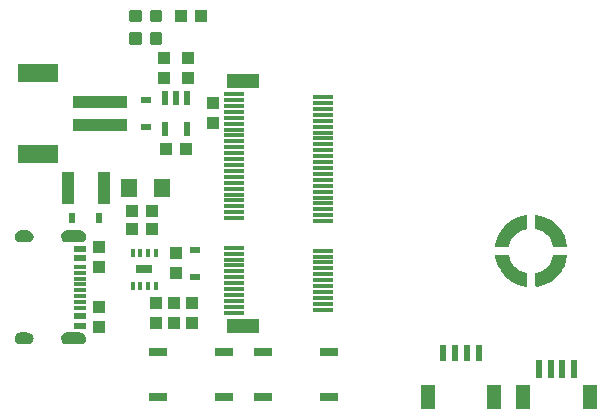
<source format=gtp>
G04 EAGLE Gerber RS-274X export*
G75*
%MOMM*%
%FSLAX34Y34*%
%LPD*%
%INSolderpaste Top*%
%IPPOS*%
%AMOC8*
5,1,8,0,0,1.08239X$1,22.5*%
G01*
%ADD10R,1.000000X0.300000*%
%ADD11R,1.000000X0.600000*%
%ADD12R,1.000000X1.100000*%
%ADD13R,1.524000X0.762000*%
%ADD14R,1.100000X1.000000*%
%ADD15C,0.300000*%
%ADD16R,2.750000X1.200000*%
%ADD17R,1.750000X0.300000*%
%ADD18R,1.200000X2.000000*%
%ADD19R,0.600000X1.350000*%
%ADD20R,4.600000X1.000000*%
%ADD21R,3.400000X1.600000*%
%ADD22R,1.375000X0.800000*%
%ADD23R,0.300000X0.650000*%
%ADD24R,1.400000X1.600000*%
%ADD25R,0.830000X0.630000*%
%ADD26R,1.000000X2.800000*%
%ADD27R,0.550000X1.200000*%
%ADD28R,0.630000X0.830000*%
%ADD29R,0.600000X1.550000*%

G36*
X436789Y107111D02*
X436789Y107111D01*
X436834Y107112D01*
X436885Y107134D01*
X436940Y107147D01*
X436976Y107173D01*
X437016Y107191D01*
X437055Y107232D01*
X437100Y107265D01*
X437123Y107303D01*
X437153Y107335D01*
X437173Y107388D01*
X437202Y107436D01*
X437210Y107487D01*
X437223Y107521D01*
X437222Y107555D01*
X437229Y107600D01*
X437229Y118600D01*
X437219Y118653D01*
X437218Y118706D01*
X437199Y118749D01*
X437190Y118795D01*
X437159Y118839D01*
X437138Y118888D01*
X437104Y118920D01*
X437077Y118959D01*
X437032Y118988D01*
X436993Y119024D01*
X436942Y119045D01*
X436910Y119066D01*
X436878Y119071D01*
X436839Y119087D01*
X434104Y119698D01*
X431540Y120726D01*
X429176Y122153D01*
X427072Y123942D01*
X425283Y126046D01*
X423856Y128410D01*
X422828Y130974D01*
X422217Y133709D01*
X422195Y133758D01*
X422183Y133810D01*
X422155Y133848D01*
X422136Y133890D01*
X422097Y133927D01*
X422065Y133970D01*
X422025Y133994D01*
X421991Y134026D01*
X421940Y134044D01*
X421894Y134072D01*
X421840Y134081D01*
X421804Y134094D01*
X421772Y134092D01*
X421730Y134099D01*
X410730Y134099D01*
X410675Y134088D01*
X410619Y134087D01*
X410578Y134068D01*
X410535Y134060D01*
X410489Y134028D01*
X410438Y134005D01*
X410408Y133972D01*
X410371Y133947D01*
X410341Y133900D01*
X410303Y133858D01*
X410288Y133817D01*
X410264Y133780D01*
X410255Y133724D01*
X410236Y133671D01*
X410237Y133619D01*
X410231Y133583D01*
X410239Y133551D01*
X410239Y133546D01*
X410239Y133544D01*
X410239Y133543D01*
X410240Y133505D01*
X411079Y129184D01*
X411091Y129155D01*
X411099Y129113D01*
X412568Y124963D01*
X412584Y124936D01*
X412598Y124896D01*
X414664Y121009D01*
X414684Y120985D01*
X414703Y120947D01*
X417321Y117408D01*
X417345Y117387D01*
X417370Y117352D01*
X420482Y114240D01*
X420497Y114230D01*
X420505Y114219D01*
X420520Y114210D01*
X420538Y114191D01*
X424077Y111573D01*
X424105Y111560D01*
X424139Y111534D01*
X428026Y109468D01*
X428056Y109459D01*
X428093Y109438D01*
X432243Y107969D01*
X432274Y107964D01*
X432314Y107949D01*
X436635Y107110D01*
X436691Y107110D01*
X436747Y107101D01*
X436789Y107111D01*
G37*
G36*
X421783Y141111D02*
X421783Y141111D01*
X421836Y141112D01*
X421879Y141131D01*
X421925Y141140D01*
X421969Y141171D01*
X422018Y141192D01*
X422050Y141226D01*
X422089Y141253D01*
X422118Y141298D01*
X422154Y141337D01*
X422175Y141388D01*
X422196Y141420D01*
X422201Y141452D01*
X422217Y141491D01*
X422828Y144226D01*
X423856Y146790D01*
X425283Y149154D01*
X427072Y151258D01*
X429176Y153047D01*
X431540Y154474D01*
X434104Y155502D01*
X436839Y156113D01*
X436888Y156135D01*
X436940Y156147D01*
X436978Y156175D01*
X437020Y156194D01*
X437057Y156233D01*
X437100Y156265D01*
X437124Y156305D01*
X437156Y156339D01*
X437174Y156390D01*
X437202Y156436D01*
X437211Y156490D01*
X437224Y156526D01*
X437222Y156558D01*
X437229Y156600D01*
X437229Y167600D01*
X437218Y167655D01*
X437217Y167711D01*
X437198Y167752D01*
X437190Y167795D01*
X437158Y167841D01*
X437135Y167893D01*
X437102Y167922D01*
X437077Y167959D01*
X437030Y167989D01*
X436988Y168027D01*
X436947Y168042D01*
X436910Y168066D01*
X436854Y168075D01*
X436801Y168094D01*
X436749Y168093D01*
X436713Y168099D01*
X436681Y168091D01*
X436635Y168090D01*
X432314Y167251D01*
X432285Y167239D01*
X432243Y167231D01*
X428093Y165762D01*
X428066Y165746D01*
X428026Y165732D01*
X424139Y163666D01*
X424115Y163646D01*
X424077Y163627D01*
X420538Y161009D01*
X420517Y160985D01*
X420482Y160960D01*
X417370Y157848D01*
X417352Y157822D01*
X417321Y157792D01*
X414703Y154254D01*
X414690Y154225D01*
X414664Y154191D01*
X412598Y150304D01*
X412591Y150281D01*
X412582Y150267D01*
X412581Y150259D01*
X412568Y150237D01*
X411099Y146087D01*
X411094Y146056D01*
X411079Y146016D01*
X410240Y141695D01*
X410240Y141639D01*
X410231Y141583D01*
X410241Y141541D01*
X410242Y141496D01*
X410264Y141445D01*
X410277Y141390D01*
X410303Y141355D01*
X410321Y141314D01*
X410362Y141275D01*
X410395Y141230D01*
X410433Y141207D01*
X410465Y141177D01*
X410518Y141157D01*
X410566Y141128D01*
X410617Y141120D01*
X410651Y141107D01*
X410685Y141108D01*
X410730Y141101D01*
X421730Y141101D01*
X421783Y141111D01*
G37*
G36*
X470785Y141112D02*
X470785Y141112D01*
X470841Y141113D01*
X470882Y141132D01*
X470925Y141140D01*
X470971Y141172D01*
X471023Y141195D01*
X471052Y141228D01*
X471089Y141253D01*
X471119Y141300D01*
X471157Y141342D01*
X471172Y141383D01*
X471196Y141420D01*
X471205Y141476D01*
X471224Y141529D01*
X471223Y141581D01*
X471229Y141617D01*
X471221Y141649D01*
X471220Y141695D01*
X470381Y146016D01*
X470369Y146045D01*
X470361Y146087D01*
X468892Y150237D01*
X468876Y150264D01*
X468867Y150291D01*
X468865Y150297D01*
X468864Y150299D01*
X468862Y150304D01*
X466796Y154191D01*
X466776Y154215D01*
X466757Y154254D01*
X464139Y157792D01*
X464115Y157813D01*
X464090Y157848D01*
X460978Y160960D01*
X460952Y160978D01*
X460922Y161009D01*
X457384Y163627D01*
X457355Y163640D01*
X457321Y163666D01*
X453434Y165732D01*
X453404Y165741D01*
X453367Y165762D01*
X449217Y167231D01*
X449186Y167236D01*
X449146Y167251D01*
X444825Y168090D01*
X444769Y168090D01*
X444713Y168099D01*
X444671Y168089D01*
X444626Y168088D01*
X444575Y168066D01*
X444520Y168053D01*
X444485Y168027D01*
X444444Y168009D01*
X444405Y167968D01*
X444360Y167935D01*
X444337Y167897D01*
X444307Y167865D01*
X444287Y167812D01*
X444258Y167764D01*
X444250Y167713D01*
X444237Y167679D01*
X444238Y167645D01*
X444231Y167600D01*
X444231Y156600D01*
X444241Y156547D01*
X444242Y156494D01*
X444261Y156451D01*
X444270Y156405D01*
X444301Y156361D01*
X444322Y156312D01*
X444356Y156280D01*
X444383Y156241D01*
X444428Y156212D01*
X444467Y156176D01*
X444518Y156155D01*
X444550Y156134D01*
X444582Y156129D01*
X444621Y156113D01*
X447356Y155502D01*
X449920Y154474D01*
X452284Y153047D01*
X454388Y151258D01*
X456177Y149154D01*
X457604Y146790D01*
X458632Y144226D01*
X459243Y141491D01*
X459265Y141442D01*
X459277Y141390D01*
X459305Y141352D01*
X459324Y141310D01*
X459363Y141273D01*
X459395Y141230D01*
X459435Y141206D01*
X459469Y141174D01*
X459520Y141156D01*
X459566Y141128D01*
X459620Y141119D01*
X459656Y141106D01*
X459688Y141108D01*
X459730Y141101D01*
X470730Y141101D01*
X470785Y141112D01*
G37*
G36*
X444779Y107109D02*
X444779Y107109D01*
X444825Y107110D01*
X449146Y107949D01*
X449175Y107961D01*
X449217Y107969D01*
X453367Y109438D01*
X453394Y109454D01*
X453434Y109468D01*
X457321Y111534D01*
X457345Y111554D01*
X457384Y111573D01*
X460922Y114191D01*
X460943Y114215D01*
X460978Y114240D01*
X464090Y117352D01*
X464108Y117379D01*
X464139Y117408D01*
X466757Y120947D01*
X466770Y120975D01*
X466796Y121009D01*
X468862Y124896D01*
X468871Y124926D01*
X468892Y124963D01*
X470361Y129113D01*
X470366Y129144D01*
X470381Y129184D01*
X471220Y133505D01*
X471220Y133561D01*
X471229Y133617D01*
X471219Y133659D01*
X471218Y133704D01*
X471196Y133755D01*
X471183Y133810D01*
X471157Y133846D01*
X471139Y133886D01*
X471098Y133925D01*
X471065Y133970D01*
X471027Y133993D01*
X470995Y134023D01*
X470942Y134043D01*
X470894Y134072D01*
X470843Y134080D01*
X470809Y134093D01*
X470775Y134092D01*
X470730Y134099D01*
X459730Y134099D01*
X459677Y134089D01*
X459624Y134088D01*
X459581Y134069D01*
X459535Y134060D01*
X459491Y134029D01*
X459442Y134008D01*
X459410Y133974D01*
X459371Y133947D01*
X459342Y133902D01*
X459306Y133863D01*
X459285Y133812D01*
X459264Y133780D01*
X459259Y133748D01*
X459256Y133742D01*
X459255Y133741D01*
X459255Y133740D01*
X459243Y133709D01*
X458632Y130974D01*
X457604Y128410D01*
X456177Y126046D01*
X454388Y123942D01*
X452284Y122153D01*
X449920Y120726D01*
X447356Y119698D01*
X444621Y119087D01*
X444572Y119065D01*
X444520Y119053D01*
X444482Y119025D01*
X444440Y119006D01*
X444403Y118967D01*
X444360Y118935D01*
X444336Y118895D01*
X444304Y118861D01*
X444286Y118810D01*
X444258Y118764D01*
X444249Y118710D01*
X444236Y118674D01*
X444238Y118642D01*
X444231Y118600D01*
X444231Y107600D01*
X444242Y107545D01*
X444243Y107489D01*
X444262Y107448D01*
X444270Y107405D01*
X444302Y107359D01*
X444325Y107308D01*
X444358Y107278D01*
X444383Y107241D01*
X444430Y107211D01*
X444472Y107173D01*
X444513Y107158D01*
X444550Y107134D01*
X444606Y107125D01*
X444659Y107106D01*
X444711Y107107D01*
X444747Y107101D01*
X444779Y107109D01*
G37*
G36*
X59035Y58434D02*
X59035Y58434D01*
X59038Y58431D01*
X60133Y58611D01*
X60139Y58617D01*
X60144Y58614D01*
X61172Y59033D01*
X61176Y59040D01*
X61181Y59038D01*
X62090Y59676D01*
X62093Y59683D01*
X62098Y59683D01*
X62842Y60506D01*
X62843Y60514D01*
X62849Y60515D01*
X63391Y61483D01*
X63390Y61492D01*
X63396Y61494D01*
X63709Y62558D01*
X63706Y62566D01*
X63711Y62569D01*
X63779Y63677D01*
X63775Y63684D01*
X63779Y63687D01*
X63609Y64795D01*
X63603Y64801D01*
X63606Y64806D01*
X63194Y65848D01*
X63187Y65852D01*
X63189Y65857D01*
X62555Y66782D01*
X62547Y66784D01*
X62548Y66790D01*
X61725Y67550D01*
X61716Y67551D01*
X61716Y67557D01*
X60744Y68114D01*
X60736Y68113D01*
X60734Y68119D01*
X59662Y68446D01*
X59654Y68443D01*
X59651Y68448D01*
X58534Y68529D01*
X58531Y68528D01*
X58530Y68529D01*
X46530Y68529D01*
X46527Y68527D01*
X46520Y68527D01*
X46519Y68528D01*
X45575Y68309D01*
X45569Y68303D01*
X45564Y68305D01*
X44692Y67882D01*
X44689Y67874D01*
X44683Y67876D01*
X43927Y67269D01*
X43925Y67261D01*
X43919Y67261D01*
X43318Y66501D01*
X43318Y66492D01*
X43312Y66491D01*
X42894Y65616D01*
X42896Y65608D01*
X42891Y65606D01*
X42679Y64660D01*
X42682Y64653D01*
X42677Y64649D01*
X42681Y63680D01*
X42681Y63679D01*
X42700Y62611D01*
X42705Y62604D01*
X42701Y62600D01*
X42957Y61563D01*
X42964Y61558D01*
X42961Y61552D01*
X43442Y60598D01*
X43449Y60595D01*
X43448Y60589D01*
X44129Y59766D01*
X44137Y59764D01*
X44137Y59758D01*
X44984Y59107D01*
X44992Y59107D01*
X44993Y59101D01*
X45964Y58654D01*
X45972Y58656D01*
X45974Y58651D01*
X47020Y58432D01*
X47027Y58435D01*
X47030Y58431D01*
X59030Y58431D01*
X59035Y58434D01*
G37*
G36*
X59035Y144835D02*
X59035Y144835D01*
X59038Y144831D01*
X60144Y145024D01*
X60149Y145029D01*
X60149Y145030D01*
X60154Y145027D01*
X61189Y145460D01*
X61193Y145467D01*
X61198Y145465D01*
X62111Y146118D01*
X62113Y146126D01*
X62119Y146125D01*
X62863Y146964D01*
X62864Y146973D01*
X62869Y146973D01*
X63408Y147957D01*
X63407Y147965D01*
X63408Y147966D01*
X63412Y147967D01*
X63413Y147969D01*
X63595Y148610D01*
X63719Y149046D01*
X63717Y149051D01*
X63719Y149053D01*
X63717Y149055D01*
X63721Y149057D01*
X63779Y150177D01*
X63776Y150182D01*
X63779Y150186D01*
X63661Y151231D01*
X63655Y151237D01*
X63659Y151242D01*
X63311Y152236D01*
X63304Y152240D01*
X63306Y152245D01*
X62746Y153137D01*
X62739Y153140D01*
X62739Y153145D01*
X61995Y153889D01*
X61987Y153891D01*
X61987Y153896D01*
X61095Y154456D01*
X61087Y154456D01*
X61086Y154461D01*
X60092Y154809D01*
X60084Y154806D01*
X60081Y154811D01*
X59036Y154929D01*
X59032Y154927D01*
X59030Y154929D01*
X47030Y154929D01*
X47027Y154927D01*
X47024Y154927D01*
X47022Y154929D01*
X46026Y154771D01*
X46020Y154765D01*
X46015Y154768D01*
X45079Y154393D01*
X45075Y154386D01*
X45069Y154388D01*
X44240Y153814D01*
X44237Y153806D01*
X44232Y153807D01*
X43551Y153063D01*
X43550Y153054D01*
X43544Y153054D01*
X43046Y152177D01*
X43047Y152169D01*
X43042Y152166D01*
X42854Y151542D01*
X42751Y151201D01*
X42752Y151198D01*
X42751Y151197D01*
X42754Y151193D01*
X42749Y151190D01*
X42681Y150183D01*
X42682Y150181D01*
X42681Y150180D01*
X42690Y149099D01*
X42695Y149092D01*
X42691Y149088D01*
X42941Y148036D01*
X42947Y148031D01*
X42944Y148026D01*
X43421Y147056D01*
X43429Y147053D01*
X43427Y147047D01*
X44108Y146208D01*
X44116Y146206D01*
X44116Y146200D01*
X44967Y145534D01*
X44975Y145533D01*
X44976Y145528D01*
X45953Y145067D01*
X45961Y145069D01*
X45964Y145064D01*
X47019Y144832D01*
X47027Y144835D01*
X47030Y144831D01*
X59030Y144831D01*
X59035Y144835D01*
G37*
G36*
X14234Y58434D02*
X14234Y58434D01*
X14236Y58431D01*
X15369Y58581D01*
X15375Y58587D01*
X15380Y58584D01*
X16450Y58982D01*
X16454Y58989D01*
X16460Y58987D01*
X17415Y59614D01*
X17418Y59622D01*
X17423Y59621D01*
X18215Y60444D01*
X18216Y60452D01*
X18222Y60453D01*
X18811Y61432D01*
X18810Y61440D01*
X18815Y61442D01*
X19171Y62527D01*
X19169Y62535D01*
X19173Y62538D01*
X19279Y63675D01*
X19274Y63684D01*
X19278Y63689D01*
X19071Y64826D01*
X19065Y64832D01*
X19068Y64837D01*
X18613Y65899D01*
X18606Y65903D01*
X18608Y65909D01*
X17928Y66844D01*
X17920Y66846D01*
X17921Y66852D01*
X17050Y67612D01*
X17042Y67612D01*
X17041Y67618D01*
X16022Y68165D01*
X16014Y68164D01*
X16012Y68169D01*
X14898Y68476D01*
X14890Y68473D01*
X14887Y68478D01*
X13732Y68529D01*
X13731Y68528D01*
X13730Y68529D01*
X7730Y68529D01*
X7727Y68527D01*
X7722Y68527D01*
X7721Y68528D01*
X6640Y68316D01*
X6635Y68310D01*
X6630Y68313D01*
X5624Y67866D01*
X5620Y67859D01*
X5614Y67861D01*
X4733Y67201D01*
X4730Y67193D01*
X4725Y67193D01*
X4012Y66354D01*
X4012Y66346D01*
X4006Y66345D01*
X3498Y65368D01*
X3499Y65360D01*
X3494Y65358D01*
X3216Y64293D01*
X3219Y64285D01*
X3215Y64282D01*
X3181Y63182D01*
X3185Y63176D01*
X3181Y63173D01*
X3336Y62098D01*
X3342Y62092D01*
X3339Y62087D01*
X3729Y61073D01*
X3736Y61069D01*
X3735Y61063D01*
X4341Y60161D01*
X4349Y60159D01*
X4348Y60153D01*
X5140Y59409D01*
X5148Y59408D01*
X5148Y59402D01*
X6086Y58853D01*
X6094Y58854D01*
X6096Y58848D01*
X7132Y58521D01*
X7140Y58524D01*
X7143Y58519D01*
X8226Y58431D01*
X8229Y58433D01*
X8230Y58431D01*
X14230Y58431D01*
X14234Y58434D01*
G37*
G36*
X14233Y144833D02*
X14233Y144833D01*
X14235Y144831D01*
X15327Y144932D01*
X15333Y144937D01*
X15338Y144934D01*
X16381Y145275D01*
X16386Y145282D01*
X16391Y145280D01*
X17332Y145844D01*
X17335Y145852D01*
X17341Y145851D01*
X18133Y146611D01*
X18134Y146619D01*
X18140Y146620D01*
X18743Y147537D01*
X18742Y147545D01*
X18748Y147547D01*
X19131Y148575D01*
X19129Y148583D01*
X19134Y148586D01*
X19279Y149674D01*
X19275Y149681D01*
X19279Y149685D01*
X19173Y150822D01*
X19168Y150828D01*
X19171Y150833D01*
X18815Y151918D01*
X18808Y151923D01*
X18811Y151928D01*
X18222Y152907D01*
X18214Y152910D01*
X18215Y152916D01*
X17423Y153739D01*
X17415Y153740D01*
X17415Y153746D01*
X16460Y154373D01*
X16452Y154372D01*
X16450Y154378D01*
X15380Y154776D01*
X15372Y154774D01*
X15369Y154779D01*
X14236Y154929D01*
X14233Y154927D01*
X14232Y154927D01*
X14230Y154929D01*
X8230Y154929D01*
X8227Y154927D01*
X8225Y154927D01*
X8224Y154929D01*
X7091Y154779D01*
X7085Y154773D01*
X7080Y154776D01*
X6010Y154378D01*
X6006Y154371D01*
X6000Y154373D01*
X5045Y153746D01*
X5042Y153738D01*
X5037Y153739D01*
X4245Y152916D01*
X4244Y152908D01*
X4238Y152907D01*
X3649Y151928D01*
X3650Y151920D01*
X3645Y151918D01*
X3289Y150833D01*
X3292Y150825D01*
X3287Y150822D01*
X3181Y149685D01*
X3185Y149678D01*
X3181Y149674D01*
X3326Y148586D01*
X3332Y148580D01*
X3329Y148575D01*
X3713Y147547D01*
X3719Y147542D01*
X3718Y147537D01*
X4320Y146620D01*
X4328Y146617D01*
X4327Y146611D01*
X5119Y145851D01*
X5127Y145850D01*
X5128Y145844D01*
X6069Y145280D01*
X6077Y145281D01*
X6079Y145275D01*
X7122Y144934D01*
X7130Y144936D01*
X7133Y144932D01*
X8226Y144831D01*
X8228Y144833D01*
X8230Y144831D01*
X14230Y144831D01*
X14233Y144833D01*
G37*
D10*
X58830Y99180D03*
X58830Y104180D03*
D11*
X58830Y74430D03*
X58830Y82180D03*
D10*
X58830Y89180D03*
X58830Y94180D03*
X58830Y114180D03*
X58830Y109180D03*
D11*
X58830Y138930D03*
X58830Y131180D03*
D10*
X58830Y124180D03*
X58830Y119180D03*
D12*
X74930Y140580D03*
X74930Y123580D03*
X74930Y72780D03*
X74930Y89780D03*
D13*
X180340Y13970D03*
X124460Y13970D03*
X180340Y52070D03*
X124460Y52070D03*
X269240Y13970D03*
X213360Y13970D03*
X269240Y52070D03*
X213360Y52070D03*
D14*
X143900Y336550D03*
X160900Y336550D03*
D15*
X109030Y340050D02*
X109030Y333050D01*
X102030Y333050D01*
X102030Y340050D01*
X109030Y340050D01*
X109030Y335900D02*
X102030Y335900D01*
X102030Y338750D02*
X109030Y338750D01*
X126570Y340050D02*
X126570Y333050D01*
X119570Y333050D01*
X119570Y340050D01*
X126570Y340050D01*
X126570Y335900D02*
X119570Y335900D01*
X119570Y338750D02*
X126570Y338750D01*
D16*
X196300Y74300D03*
X196300Y281300D03*
D17*
X264050Y267800D03*
X264050Y257800D03*
X264050Y252800D03*
X264050Y262800D03*
X264050Y247800D03*
X264050Y237800D03*
X264050Y232800D03*
X264050Y242800D03*
X264050Y227800D03*
X264050Y217800D03*
X264050Y212800D03*
X264050Y222800D03*
X264050Y207800D03*
X264050Y197800D03*
X264050Y192800D03*
X264050Y202800D03*
X264050Y187800D03*
X264050Y177800D03*
X264050Y172800D03*
X264050Y182800D03*
X264050Y167800D03*
X264050Y162800D03*
X264050Y137800D03*
X264050Y132800D03*
X264050Y127800D03*
X264050Y117800D03*
X264050Y112800D03*
X264050Y122800D03*
X264050Y107800D03*
X264050Y97800D03*
X264050Y92800D03*
X264050Y102800D03*
X264050Y87800D03*
X188550Y270300D03*
X188550Y260300D03*
X188550Y255300D03*
X188550Y265300D03*
X188550Y250300D03*
X188550Y240300D03*
X188550Y235300D03*
X188550Y245300D03*
X188550Y230300D03*
X188550Y220300D03*
X188550Y215300D03*
X188550Y225300D03*
X188550Y210300D03*
X188550Y200300D03*
X188550Y195300D03*
X188550Y205300D03*
X188550Y190300D03*
X188550Y180300D03*
X188550Y175300D03*
X188550Y185300D03*
X188550Y170300D03*
X188550Y165300D03*
X188550Y140300D03*
X188550Y135300D03*
X188550Y130300D03*
X188550Y120300D03*
X188550Y115300D03*
X188550Y125300D03*
X188550Y110300D03*
X188550Y100300D03*
X188550Y95300D03*
X188550Y105300D03*
X188550Y90300D03*
X188550Y85300D03*
D18*
X353000Y14050D03*
X409000Y14050D03*
D19*
X366000Y50800D03*
X376000Y50800D03*
X386000Y50800D03*
X396000Y50800D03*
D20*
X75100Y244000D03*
X75100Y264000D03*
D21*
X23100Y220000D03*
X23100Y288000D03*
D22*
X113030Y121920D03*
D23*
X103280Y108170D03*
X109780Y108170D03*
X116280Y108170D03*
X122780Y108170D03*
X122780Y135670D03*
X116280Y135670D03*
X109780Y135670D03*
X103280Y135670D03*
D14*
X102380Y156210D03*
X119380Y156210D03*
X102380Y171450D03*
X119380Y171450D03*
D24*
X128300Y190500D03*
X100300Y190500D03*
D12*
X139700Y135500D03*
X139700Y118500D03*
D25*
X156210Y138500D03*
X156210Y115500D03*
D12*
X123190Y93200D03*
X123190Y76200D03*
X138430Y93200D03*
X138430Y76200D03*
X153670Y93200D03*
X153670Y76200D03*
D26*
X48500Y190500D03*
X78500Y190500D03*
D27*
X149200Y267001D03*
X139700Y267001D03*
X130200Y267001D03*
X130200Y240999D03*
X149200Y240999D03*
D12*
X171450Y262500D03*
X171450Y245500D03*
X129540Y283600D03*
X129540Y300600D03*
D14*
X131200Y223520D03*
X148200Y223520D03*
D25*
X114300Y242500D03*
X114300Y265500D03*
D15*
X119570Y314000D02*
X119570Y321000D01*
X126570Y321000D01*
X126570Y314000D01*
X119570Y314000D01*
X119570Y316850D02*
X126570Y316850D01*
X126570Y319700D02*
X119570Y319700D01*
X102030Y321000D02*
X102030Y314000D01*
X102030Y321000D02*
X109030Y321000D01*
X109030Y314000D01*
X102030Y314000D01*
X102030Y316850D02*
X109030Y316850D01*
X109030Y319700D02*
X102030Y319700D01*
D12*
X149860Y300600D03*
X149860Y283600D03*
D28*
X75000Y165100D03*
X52000Y165100D03*
D29*
X477060Y37970D03*
X467060Y37970D03*
X457060Y37970D03*
X447060Y37970D03*
D18*
X490060Y13720D03*
X434060Y13720D03*
M02*

</source>
